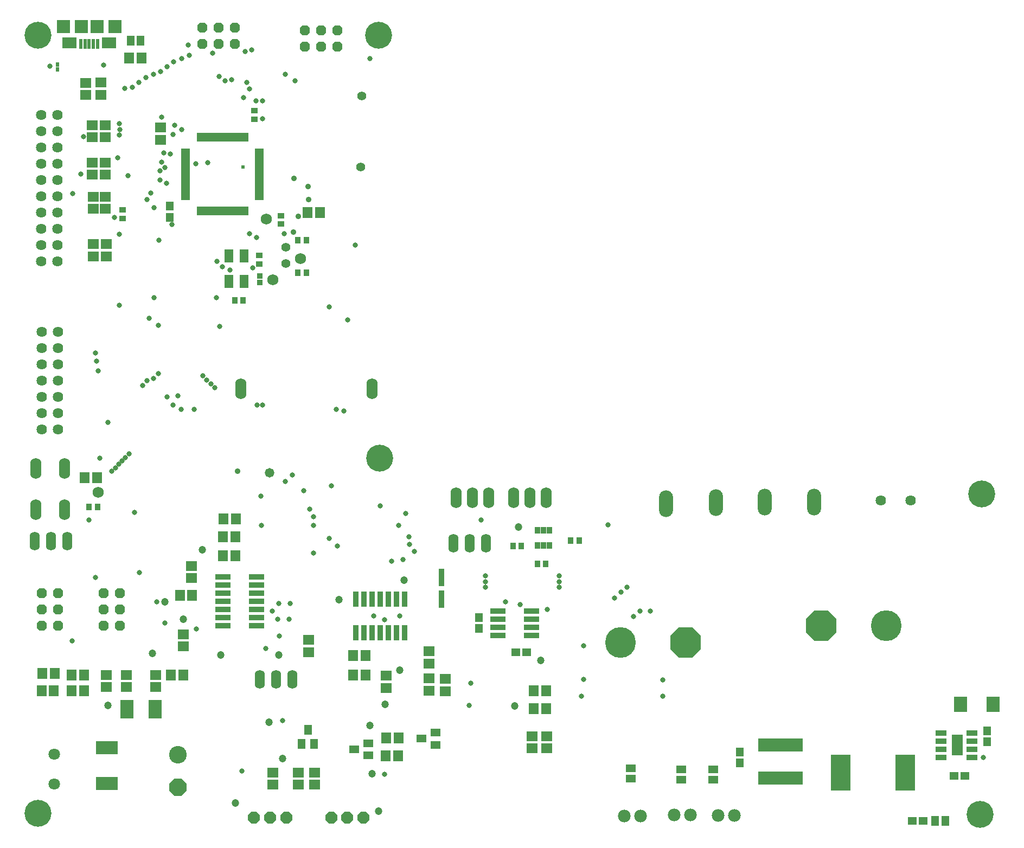
<source format=gbs>
G04*
G04 #@! TF.GenerationSoftware,Altium Limited,Altium Designer,18.0.7 (293)*
G04*
G04 Layer_Color=16711935*
%FSLAX25Y25*%
%MOIN*%
G70*
G01*
G75*
%ADD10C,0.07800*%
%ADD11O,0.06800X0.12800*%
%ADD12O,0.06200X0.11600*%
%ADD13C,0.06400*%
%ADD14O,0.08600X0.16400*%
%ADD15P,0.06711X8X292.5*%
%ADD16C,0.07099*%
%ADD17P,0.07684X8X202.5*%
%ADD18P,0.11690X8X292.5*%
%ADD19C,0.10800*%
%ADD20P,0.20457X8X202.5*%
%ADD21C,0.18900*%
%ADD22C,0.05600*%
%ADD23C,0.06800*%
%ADD24P,0.06711X8X202.5*%
%ADD25C,0.03162*%
%ADD26C,0.05524*%
%ADD27C,0.05800*%
%ADD28C,0.16548*%
%ADD29C,0.02375*%
%ADD96C,0.03556*%
%ADD97R,0.03800X0.10500*%
%ADD98R,0.06400X0.04800*%
%ADD99R,0.06800X0.03320*%
%ADD100R,0.06800X0.12611*%
%ADD101R,0.05918X0.04737*%
%ADD102R,0.07900X0.09500*%
%ADD103R,0.03200X0.09500*%
%ADD104R,0.04800X0.05200*%
%ADD105R,0.05200X0.04800*%
%ADD106R,0.12217X0.22060*%
%ADD107R,0.27600X0.08100*%
%ADD108R,0.04737X0.05918*%
%ADD109R,0.09500X0.03200*%
%ADD110R,0.03200X0.04400*%
%ADD111R,0.04800X0.06400*%
%ADD112R,0.06000X0.06800*%
G04:AMPARAMS|DCode=113|XSize=47.37mil|YSize=47.37mil|CornerRadius=23.68mil|HoleSize=0mil|Usage=FLASHONLY|Rotation=270.000|XOffset=0mil|YOffset=0mil|HoleType=Round|Shape=RoundedRectangle|*
%AMROUNDEDRECTD113*
21,1,0.04737,0.00000,0,0,270.0*
21,1,0.00000,0.04737,0,0,270.0*
1,1,0.04737,0.00000,0.00000*
1,1,0.04737,0.00000,0.00000*
1,1,0.04737,0.00000,0.00000*
1,1,0.04737,0.00000,0.00000*
%
%ADD113ROUNDEDRECTD113*%
%ADD114R,0.06800X0.06000*%
%ADD115R,0.13400X0.07900*%
%ADD116R,0.07900X0.11500*%
%ADD117R,0.03600X0.04400*%
%ADD118R,0.08300X0.08300*%
%ADD119R,0.07900X0.08300*%
%ADD120R,0.09100X0.07100*%
%ADD121R,0.02400X0.06200*%
%ADD122R,0.04400X0.03600*%
%ADD123R,0.05600X0.07900*%
%ADD124R,0.02000X0.05500*%
%ADD125R,0.05500X0.02000*%
%ADD126R,0.05131X0.06312*%
%ADD127R,0.01981X0.02769*%
%ADD128R,0.03600X0.03200*%
D10*
X382500Y10500D02*
D03*
X372500D02*
D03*
X440231Y10966D02*
D03*
X430231D02*
D03*
X413000Y11000D02*
D03*
X403000D02*
D03*
D11*
X217500Y273000D02*
D03*
X136700D02*
D03*
X304500Y206000D02*
D03*
X314500D02*
D03*
X324500D02*
D03*
X289000D02*
D03*
X279000D02*
D03*
X269000D02*
D03*
X28400Y198700D02*
D03*
X10600D02*
D03*
X28400Y224300D02*
D03*
X10600D02*
D03*
D12*
X267500Y178000D02*
D03*
X277500D02*
D03*
X287500D02*
D03*
X168353Y94629D02*
D03*
X158353D02*
D03*
X148353D02*
D03*
X30000Y179500D02*
D03*
X20000D02*
D03*
X10000D02*
D03*
D13*
X548500Y204500D02*
D03*
X530079D02*
D03*
X14000Y351500D02*
D03*
X24000D02*
D03*
X14000Y361500D02*
D03*
X24000D02*
D03*
X14000Y371500D02*
D03*
X24000D02*
D03*
X14000Y381500D02*
D03*
X24000D02*
D03*
X14000Y391500D02*
D03*
X24000D02*
D03*
X14000Y401500D02*
D03*
X24000D02*
D03*
X14000Y411500D02*
D03*
X24000D02*
D03*
X14000Y421500D02*
D03*
X24000D02*
D03*
X14000Y431500D02*
D03*
X24000D02*
D03*
X14000Y441500D02*
D03*
X24000D02*
D03*
X14500Y248000D02*
D03*
X24500D02*
D03*
X14500Y258000D02*
D03*
X24500D02*
D03*
X14500Y268000D02*
D03*
X24500D02*
D03*
X14500Y278000D02*
D03*
X24500D02*
D03*
X14500Y288000D02*
D03*
X24500D02*
D03*
X14500Y298000D02*
D03*
X24500D02*
D03*
X14500Y308000D02*
D03*
X24500D02*
D03*
D14*
X398200Y202500D02*
D03*
X428700Y203000D02*
D03*
X458718Y203500D02*
D03*
X489118D02*
D03*
D15*
X52500Y127500D02*
D03*
X62500D02*
D03*
X52500Y137500D02*
D03*
X62500D02*
D03*
X52500Y147500D02*
D03*
X62500D02*
D03*
X14500Y127500D02*
D03*
X24500D02*
D03*
X14500Y137500D02*
D03*
X24500D02*
D03*
X14500Y147500D02*
D03*
X24500D02*
D03*
D16*
X22000Y48421D02*
D03*
Y30000D02*
D03*
D17*
X144800Y9600D02*
D03*
X154600D02*
D03*
X164618D02*
D03*
X192300D02*
D03*
X202100D02*
D03*
X212118D02*
D03*
D18*
X98000Y28000D02*
D03*
D19*
Y48000D02*
D03*
D20*
X493552Y127499D02*
D03*
X410151Y117000D02*
D03*
D21*
X533553Y127499D02*
D03*
X370151Y117000D02*
D03*
D22*
X164500Y360000D02*
D03*
Y350000D02*
D03*
D23*
X49000Y209500D02*
D03*
X152500Y377500D02*
D03*
X156500Y340000D02*
D03*
X173500Y353000D02*
D03*
D24*
X176000Y493500D02*
D03*
Y483500D02*
D03*
X186000Y493500D02*
D03*
Y483500D02*
D03*
X196000Y493500D02*
D03*
Y483500D02*
D03*
X113000Y495000D02*
D03*
Y485000D02*
D03*
X123000Y495000D02*
D03*
Y485000D02*
D03*
X133000Y495000D02*
D03*
Y485000D02*
D03*
D25*
X362500Y189500D02*
D03*
X284500Y192500D02*
D03*
X233825Y189175D02*
D03*
X325000Y137500D02*
D03*
X347500Y115000D02*
D03*
X347499Y94554D02*
D03*
X396136Y94000D02*
D03*
X346000Y84000D02*
D03*
X396000D02*
D03*
X388500Y136500D02*
D03*
X299500Y142000D02*
D03*
X308500Y140500D02*
D03*
X243500Y173000D02*
D03*
X160000Y141000D02*
D03*
X167000D02*
D03*
X149500Y189000D02*
D03*
X149000Y207000D02*
D03*
X156000Y136500D02*
D03*
X152000Y113500D02*
D03*
X43500Y192500D02*
D03*
X71500Y197000D02*
D03*
X181500Y189000D02*
D03*
X74500Y160000D02*
D03*
X47500Y157000D02*
D03*
X85000Y142000D02*
D03*
X200000Y259500D02*
D03*
X146638Y263000D02*
D03*
X95000Y263000D02*
D03*
X57527Y222527D02*
D03*
X33000Y118000D02*
D03*
X195500Y260500D02*
D03*
X55000Y252500D02*
D03*
X59622Y224622D02*
D03*
X61716Y226716D02*
D03*
X93500Y417500D02*
D03*
X89500Y418000D02*
D03*
X90000Y409000D02*
D03*
X87000Y407000D02*
D03*
X91000Y399500D02*
D03*
X87000Y401500D02*
D03*
X63811Y228811D02*
D03*
X65905Y230905D02*
D03*
X68000Y233000D02*
D03*
X100000Y260500D02*
D03*
X108000D02*
D03*
X83500Y329000D02*
D03*
X121800D02*
D03*
X122119Y351500D02*
D03*
X142000Y368500D02*
D03*
X86000Y312000D02*
D03*
X123900Y311600D02*
D03*
X80500Y316500D02*
D03*
X88000Y412500D02*
D03*
X159500Y131500D02*
D03*
X166500D02*
D03*
X179000Y199000D02*
D03*
X222500Y201000D02*
D03*
X168500Y220000D02*
D03*
X225000Y131000D02*
D03*
X234500Y133500D02*
D03*
X160500Y121000D02*
D03*
X374000Y151000D02*
D03*
X238000Y196500D02*
D03*
X181500Y194500D02*
D03*
Y172000D02*
D03*
X196000Y176500D02*
D03*
X240500Y177500D02*
D03*
X240000Y182000D02*
D03*
X191000Y181000D02*
D03*
X378000Y133000D02*
D03*
X366500Y144500D02*
D03*
X332500Y151000D02*
D03*
X287000D02*
D03*
X332500Y158000D02*
D03*
X287000D02*
D03*
X143500Y481500D02*
D03*
X142000Y457500D02*
D03*
X382000Y136500D02*
D03*
X332500Y154500D02*
D03*
X287000D02*
D03*
X370500Y148000D02*
D03*
X139500Y480500D02*
D03*
X140500Y461500D02*
D03*
X175500Y210500D02*
D03*
X192500Y213500D02*
D03*
X236500Y168000D02*
D03*
X229500Y167000D02*
D03*
X592998Y46498D02*
D03*
X225000Y36000D02*
D03*
X137500Y38000D02*
D03*
X90000Y129000D02*
D03*
X109500Y125500D02*
D03*
X162500Y69000D02*
D03*
X277000Y78500D02*
D03*
X278000Y92000D02*
D03*
X218500Y133500D02*
D03*
X164000Y216000D02*
D03*
X48000Y290000D02*
D03*
X47500Y295000D02*
D03*
X67319Y404016D02*
D03*
X70000Y458500D02*
D03*
X74000Y461500D02*
D03*
X78500Y464500D02*
D03*
X83000Y466500D02*
D03*
X95500Y474000D02*
D03*
X113500Y281000D02*
D03*
X76500Y275000D02*
D03*
X79000Y278000D02*
D03*
X83000Y279500D02*
D03*
X86000Y282500D02*
D03*
X52500Y472000D02*
D03*
X19500Y471500D02*
D03*
X87500Y468000D02*
D03*
X79000Y389500D02*
D03*
X91500Y471000D02*
D03*
X81500Y393500D02*
D03*
X170000Y462500D02*
D03*
X100500Y476000D02*
D03*
X83500Y384500D02*
D03*
X105000Y478000D02*
D03*
X123500Y465000D02*
D03*
X131000Y463000D02*
D03*
X127000Y462500D02*
D03*
X164000Y466500D02*
D03*
X88000Y440000D02*
D03*
X115877Y278623D02*
D03*
X118255Y276245D02*
D03*
X120632Y273868D02*
D03*
X150000Y263000D02*
D03*
X98181Y268681D02*
D03*
X91500Y268000D02*
D03*
X86500Y364500D02*
D03*
X146500Y366000D02*
D03*
X125500Y348000D02*
D03*
X49000Y284000D02*
D03*
X138500Y452000D02*
D03*
X119500Y479500D02*
D03*
X104500Y484500D02*
D03*
X65500Y457792D02*
D03*
X61000Y415000D02*
D03*
X207000Y361500D02*
D03*
X163500Y368500D02*
D03*
X150000Y439000D02*
D03*
X191000Y323500D02*
D03*
X62000Y324500D02*
D03*
Y368000D02*
D03*
X59000Y378500D02*
D03*
X38500Y405000D02*
D03*
X40000Y428000D02*
D03*
X202500Y315500D02*
D03*
X50000Y230500D02*
D03*
X144000Y347500D02*
D03*
X130000Y346000D02*
D03*
X109000Y411500D02*
D03*
X116500Y412000D02*
D03*
X95000Y429500D02*
D03*
X100500Y432500D02*
D03*
X96000Y435000D02*
D03*
X150000Y450000D02*
D03*
X146000D02*
D03*
X94500Y374000D02*
D03*
X62000Y436000D02*
D03*
X62500Y432500D02*
D03*
X62000Y429000D02*
D03*
X33500Y393000D02*
D03*
X216000Y476000D02*
D03*
D26*
X211000Y453000D02*
D03*
X210500Y409500D02*
D03*
D27*
X154500Y221500D02*
D03*
D28*
X592000Y208500D02*
D03*
X591000Y11500D02*
D03*
X12000Y12000D02*
D03*
X222000Y230485D02*
D03*
X12000Y490500D02*
D03*
X221500D02*
D03*
D29*
X138000Y409500D02*
D03*
D96*
X134819Y222500D02*
D03*
X169000Y369500D02*
D03*
X172000Y379000D02*
D03*
X178413Y389500D02*
D03*
X177913Y397500D02*
D03*
X169500Y402500D02*
D03*
D97*
X260000Y143900D02*
D03*
Y157100D02*
D03*
D98*
X256331Y61740D02*
D03*
Y54200D02*
D03*
X247600Y58000D02*
D03*
X215231Y55240D02*
D03*
Y47700D02*
D03*
X206500Y51500D02*
D03*
D99*
X567000Y46498D02*
D03*
Y51498D02*
D03*
Y61498D02*
D03*
Y56498D02*
D03*
X586000D02*
D03*
Y61498D02*
D03*
Y51498D02*
D03*
Y46498D02*
D03*
D100*
X577000Y53998D02*
D03*
D101*
X407500Y32850D02*
D03*
Y39150D02*
D03*
X376500Y33350D02*
D03*
Y39650D02*
D03*
X427000Y39150D02*
D03*
Y32850D02*
D03*
D102*
X579003Y79000D02*
D03*
X599143D02*
D03*
D103*
X237500Y123200D02*
D03*
X227500D02*
D03*
X237500Y143736D02*
D03*
X227500D02*
D03*
X232500Y123200D02*
D03*
Y143736D02*
D03*
X222500Y123200D02*
D03*
X217500D02*
D03*
X207500D02*
D03*
X222500Y143736D02*
D03*
X217500D02*
D03*
X207500D02*
D03*
X212500Y123200D02*
D03*
Y143736D02*
D03*
D104*
X595500Y62900D02*
D03*
Y56154D02*
D03*
X443500Y49900D02*
D03*
Y43154D02*
D03*
X283000Y132400D02*
D03*
Y125654D02*
D03*
X93000Y378600D02*
D03*
Y385347D02*
D03*
D105*
X575100Y35000D02*
D03*
X581847D02*
D03*
X556100Y7319D02*
D03*
X549354D02*
D03*
X305600Y111000D02*
D03*
X312347D02*
D03*
D106*
X545000Y37000D02*
D03*
X505500D02*
D03*
D107*
X468500Y54100D02*
D03*
Y33961D02*
D03*
D108*
X563550Y7319D02*
D03*
X569850D02*
D03*
D109*
X315300Y136500D02*
D03*
Y131500D02*
D03*
Y121500D02*
D03*
X294764Y136500D02*
D03*
Y131500D02*
D03*
Y121500D02*
D03*
X315300Y126500D02*
D03*
X294764D02*
D03*
X146300Y157500D02*
D03*
Y147500D02*
D03*
X125764Y157500D02*
D03*
Y147500D02*
D03*
X146300Y152500D02*
D03*
X125764D02*
D03*
X146300Y142500D02*
D03*
Y137500D02*
D03*
Y127500D02*
D03*
X125764Y142500D02*
D03*
Y137500D02*
D03*
Y127500D02*
D03*
X146300Y132500D02*
D03*
X125764D02*
D03*
D110*
X326487Y186100D02*
D03*
X322747D02*
D03*
X318947D02*
D03*
Y176972D02*
D03*
X322747D02*
D03*
X326487D02*
D03*
D111*
X181740Y54669D02*
D03*
X174200D02*
D03*
X178000Y63400D02*
D03*
D112*
X205700Y97000D02*
D03*
X213240D02*
D03*
X205700Y109000D02*
D03*
X213240D02*
D03*
X32700Y97000D02*
D03*
X40240D02*
D03*
X125700Y182000D02*
D03*
X133240D02*
D03*
X133300Y170500D02*
D03*
X125760D02*
D03*
X106800Y146000D02*
D03*
X99260D02*
D03*
X316760Y87500D02*
D03*
X324300D02*
D03*
X40240D02*
D03*
X32700D02*
D03*
X316760Y76500D02*
D03*
X324300D02*
D03*
X126200Y193000D02*
D03*
X133740D02*
D03*
X101300Y97000D02*
D03*
X93760D02*
D03*
X226200Y58500D02*
D03*
X233740D02*
D03*
X22300Y98000D02*
D03*
X14760D02*
D03*
X68200Y476500D02*
D03*
X75740D02*
D03*
X177700Y381500D02*
D03*
X185240D02*
D03*
X40700Y218500D02*
D03*
X48240D02*
D03*
X21800Y87500D02*
D03*
X14260D02*
D03*
X225700Y47500D02*
D03*
X233240D02*
D03*
D113*
X321000Y106000D02*
D03*
X160000Y109500D02*
D03*
X124500D02*
D03*
X305000Y78000D02*
D03*
X197000Y143500D02*
D03*
X82500Y110500D02*
D03*
X307247Y188000D02*
D03*
X225500Y79000D02*
D03*
X90000Y142000D02*
D03*
X216000Y66000D02*
D03*
X55000Y78500D02*
D03*
X237000Y155500D02*
D03*
X221500Y13500D02*
D03*
X217500Y36500D02*
D03*
X101500Y131500D02*
D03*
X113000Y174000D02*
D03*
X234501Y100000D02*
D03*
X162500Y45869D02*
D03*
X154000Y68000D02*
D03*
X133500Y18500D02*
D03*
D114*
X87500Y433800D02*
D03*
Y426260D02*
D03*
X101500Y122300D02*
D03*
Y114760D02*
D03*
X178500Y111260D02*
D03*
Y118800D02*
D03*
X172000Y29700D02*
D03*
Y37240D02*
D03*
X84500Y89700D02*
D03*
Y97240D02*
D03*
X182000Y29700D02*
D03*
Y37240D02*
D03*
X252500Y95031D02*
D03*
Y87491D02*
D03*
X54000Y89700D02*
D03*
Y97240D02*
D03*
X156500Y29700D02*
D03*
Y37240D02*
D03*
X252500Y111800D02*
D03*
Y104260D02*
D03*
X66500Y89700D02*
D03*
Y97240D02*
D03*
X324650Y59587D02*
D03*
Y52047D02*
D03*
X106500Y164300D02*
D03*
Y156760D02*
D03*
X50750Y453800D02*
D03*
Y461340D02*
D03*
X41500Y453700D02*
D03*
Y461240D02*
D03*
X53500Y427700D02*
D03*
Y435240D02*
D03*
X45500Y427700D02*
D03*
Y435240D02*
D03*
X53500Y412300D02*
D03*
Y404760D02*
D03*
X45500Y404700D02*
D03*
Y412240D02*
D03*
X53500Y383700D02*
D03*
Y391240D02*
D03*
X46000Y383700D02*
D03*
Y391240D02*
D03*
X54000Y362040D02*
D03*
Y354500D02*
D03*
X46000Y362040D02*
D03*
Y354500D02*
D03*
X262500Y94800D02*
D03*
Y87260D02*
D03*
X226000Y96800D02*
D03*
Y89260D02*
D03*
X315679Y59587D02*
D03*
Y52047D02*
D03*
D115*
X54500Y52600D02*
D03*
Y30476D02*
D03*
D116*
X66800Y76000D02*
D03*
X84161D02*
D03*
D117*
X324100Y165500D02*
D03*
X318941D02*
D03*
X309100Y176500D02*
D03*
X303941D02*
D03*
X344600Y179701D02*
D03*
X339441D02*
D03*
X138100Y327500D02*
D03*
X132941D02*
D03*
X171900Y344500D02*
D03*
X177059D02*
D03*
X171900Y364500D02*
D03*
X177059D02*
D03*
X48600Y200500D02*
D03*
X43441D02*
D03*
D118*
X48300Y495689D02*
D03*
X38776D02*
D03*
D119*
X59300D02*
D03*
X27752D02*
D03*
D120*
X55800Y485650D02*
D03*
X31295D02*
D03*
D121*
X48700Y485177D02*
D03*
X46100D02*
D03*
X43500D02*
D03*
X40980D02*
D03*
X38382D02*
D03*
D122*
X148000Y349900D02*
D03*
Y355059D02*
D03*
X145000Y444100D02*
D03*
Y438941D02*
D03*
X64000Y377900D02*
D03*
Y383059D02*
D03*
X161500Y374400D02*
D03*
Y379559D02*
D03*
D123*
X138900Y354800D02*
D03*
Y339100D02*
D03*
X129400Y354800D02*
D03*
Y339100D02*
D03*
D124*
X140300Y382362D02*
D03*
X138300D02*
D03*
X136400D02*
D03*
X134400D02*
D03*
X132400D02*
D03*
X130500D02*
D03*
X128500D02*
D03*
X126500D02*
D03*
X124516D02*
D03*
X122547D02*
D03*
X120579D02*
D03*
X118610D02*
D03*
X116642D02*
D03*
X114673D02*
D03*
X112705D02*
D03*
X110736D02*
D03*
Y427700D02*
D03*
X112705D02*
D03*
X114673D02*
D03*
X116642D02*
D03*
X118610D02*
D03*
X120579D02*
D03*
X122547D02*
D03*
X124516D02*
D03*
X126500D02*
D03*
X128500D02*
D03*
X130500D02*
D03*
X132400D02*
D03*
X134400D02*
D03*
X136400D02*
D03*
X138300D02*
D03*
X140300D02*
D03*
D125*
X102862Y390236D02*
D03*
Y392205D02*
D03*
Y394173D02*
D03*
Y396142D02*
D03*
Y398110D02*
D03*
Y400079D02*
D03*
Y402047D02*
D03*
Y404016D02*
D03*
Y406000D02*
D03*
Y408000D02*
D03*
Y410000D02*
D03*
Y411900D02*
D03*
Y413900D02*
D03*
Y415900D02*
D03*
Y417800D02*
D03*
Y419800D02*
D03*
X148200D02*
D03*
Y417800D02*
D03*
Y415900D02*
D03*
Y413900D02*
D03*
Y411900D02*
D03*
Y410000D02*
D03*
Y408000D02*
D03*
Y406000D02*
D03*
Y404016D02*
D03*
Y402047D02*
D03*
Y400079D02*
D03*
Y398110D02*
D03*
Y396142D02*
D03*
Y394173D02*
D03*
Y392205D02*
D03*
Y390236D02*
D03*
D126*
X69047Y487000D02*
D03*
X74953D02*
D03*
D127*
X24000Y469622D02*
D03*
Y472378D02*
D03*
D128*
X148500Y338500D02*
D03*
Y342469D02*
D03*
M02*

</source>
